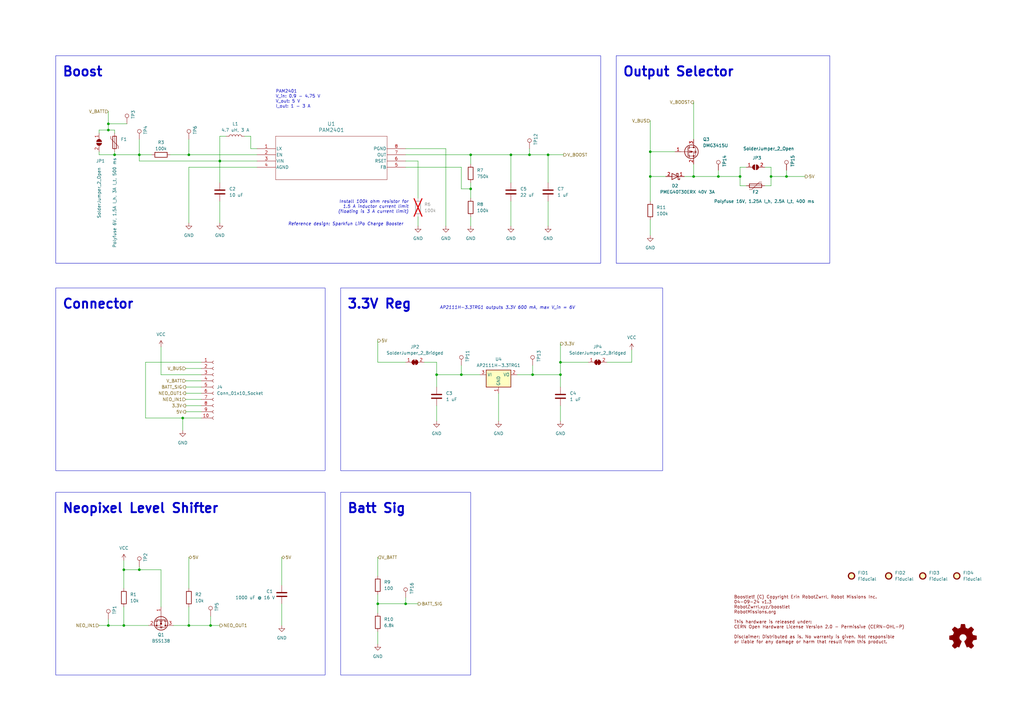
<source format=kicad_sch>
(kicad_sch (version 20231120) (generator "eeschema") (generator_version "8.0")
  (paper "A3")
  (title_block (title "Boostlet!") (date "03-09-24") (rev "v1.2"))
  (lib_symbols
    (symbol "!EK_Library:PAM2401" (pin_names (offset 0.254))
      (property "Reference" "U" (at 22.86 5.08 0))
      (property "Value" "PAM2401" (at 22.86 2.54 0))
      (symbol "PAM2401_0_1"
        (polyline (pts (xy 0 -17.78) (xy 45.72 -17.78)) (stroke (width 0.127)))
        (polyline (pts (xy 0 0) (xy 0 -17.78)) (stroke (width 0.127)))
        (polyline (pts (xy 45.72 -17.78) (xy 45.72 0)) (stroke (width 0.127)))
        (polyline (pts (xy 45.72 0) (xy 0 0)) (stroke (width 0.127)))
        (pin unspecified line (at -7.62 -5.08 0) (length 7.62) (name "LX") (number "1"))
        (pin unspecified line (at -7.62 -7.62 0) (length 7.62) (name "EN") (number "2"))
        (pin input line (at -7.62 -10.16 0) (length 7.62) (name "VIN") (number "3"))
        (pin power_in line (at -7.62 -12.7 0) (length 7.62) (name "AGND") (number "4"))
        (pin unspecified line (at 53.34 -12.7 180) (length 7.62) (name "FB") (number "5"))
        (pin unspecified line (at 53.34 -10.16 180) (length 7.62) (name "RSET") (number "6"))
        (pin output line (at 53.34 -7.62 180) (length 7.62) (name "OUT") (number "7"))
        (pin power_in line (at 53.34 -5.08 180) (length 7.62) (name "PGND") (number "8"))
      )
    )
    (symbol "Connector:Conn_01x10_Socket" (pin_names (offset 1.016) hide)
      (property "Reference" "J" (at 0 12.7 0))
      (property "Value" "Conn_01x10_Socket" (at 0 -15.24 0))
      (symbol "Conn_01x10_Socket_1_1"
        (arc (start 0 -12.192) (mid -0.5058 -12.7) (end 0 -13.208) (stroke (width 0.1524)))
        (arc (start 0 -9.652) (mid -0.5058 -10.16) (end 0 -10.668) (stroke (width 0.1524)))
        (arc (start 0 -7.112) (mid -0.5058 -7.62) (end 0 -8.128) (stroke (width 0.1524)))
        (arc (start 0 -4.572) (mid -0.5058 -5.08) (end 0 -5.588) (stroke (width 0.1524)))
        (arc (start 0 -2.032) (mid -0.5058 -2.54) (end 0 -3.048) (stroke (width 0.1524)))
        (polyline (pts (xy -1.27 -12.7) (xy -0.508 -12.7)) (stroke (width 0.1524)))
        (polyline (pts (xy -1.27 -10.16) (xy -0.508 -10.16)) (stroke (width 0.1524)))
        (polyline (pts (xy -1.27 -7.62) (xy -0.508 -7.62)) (stroke (width 0.1524)))
        (polyline (pts (xy -1.27 -5.08) (xy -0.508 -5.08)) (stroke (width 0.1524)))
        (polyline (pts (xy -1.27 -2.54) (xy -0.508 -2.54)) (stroke (width 0.1524)))
        (polyline (pts (xy -1.27 0) (xy -0.508 0)) (stroke (width 0.1524)))
        (polyline (pts (xy -1.27 2.54) (xy -0.508 2.54)) (stroke (width 0.1524)))
        (polyline (pts (xy -1.27 5.08) (xy -0.508 5.08)) (stroke (width 0.1524)))
        (polyline (pts (xy -1.27 7.62) (xy -0.508 7.62)) (stroke (width 0.1524)))
        (polyline (pts (xy -1.27 10.16) (xy -0.508 10.16)) (stroke (width 0.1524)))
        (arc (start 0 0.508) (mid -0.5058 0) (end 0 -0.508) (stroke (width 0.1524)))
        (arc (start 0 3.048) (mid -0.5058 2.54) (end 0 2.032) (stroke (width 0.1524)))
        (arc (start 0 5.588) (mid -0.5058 5.08) (end 0 4.572) (stroke (width 0.1524)))
        (arc (start 0 8.128) (mid -0.5058 7.62) (end 0 7.112) (stroke (width 0.1524)))
        (arc (start 0 10.668) (mid -0.5058 10.16) (end 0 9.652) (stroke (width 0.1524)))
        (pin passive line (at -5.08 10.16 0) (length 3.81) (name "Pin_1") (number "1"))
        (pin passive line (at -5.08 -12.7 0) (length 3.81) (name "Pin_10") (number "10"))
        (pin passive line (at -5.08 7.62 0) (length 3.81) (name "Pin_2") (number "2"))
        (pin passive line (at -5.08 5.08 0) (length 3.81) (name "Pin_3") (number "3"))
        (pin passive line (at -5.08 2.54 0) (length 3.81) (name "Pin_4") (number "4"))
        (pin passive line (at -5.08 0 0) (length 3.81) (name "Pin_5") (number "5"))
        (pin passive line (at -5.08 -2.54 0) (length 3.81) (name "Pin_6") (number "6"))
        (pin passive line (at -5.08 -5.08 0) (length 3.81) (name "Pin_7") (number "7"))
        (pin passive line (at -5.08 -7.62 0) (length 3.81) (name "Pin_8") (number "8"))
        (pin passive line (at -5.08 -10.16 0) (length 3.81) (name "Pin_9") (number "9"))
      )
    )
    (symbol "Connector:TestPoint" (pin_numbers hide) (pin_names (offset 0.762) hide)
      (property "Reference" "TP" (at 0 6.858 0))
      (property "Value" "TestPoint" (at 0 5.08 0))
      (symbol "TestPoint_0_1"
        (circle (center 0 3.302) (radius 0.762))
      )
      (symbol "TestPoint_1_1"
        (pin passive line (at 0 0 90) (length 2.54) (name "1") (number "1"))
      )
    )
    (symbol "Device:C" (pin_numbers hide) (pin_names (offset 0.254))
      (property "Reference" "C" (at 0.635 2.54 0))
      (property "Value" "C" (at 0.635 -2.54 0))
      (symbol "C_0_1"
        (polyline (pts (xy -2.032 -0.762) (xy 2.032 -0.762)) (stroke (width 0.508)))
        (polyline (pts (xy -2.032 0.762) (xy 2.032 0.762)) (stroke (width 0.508)))
      )
      (symbol "C_1_1"
        (pin passive line (at 0 3.81 270) (length 2.794) (name "~") (number "1"))
        (pin passive line (at 0 -3.81 90) (length 2.794) (name "~") (number "2"))
      )
    )
    (symbol "Device:D_Schottky" (pin_names (offset 1.016) hide)
      (property "Reference" "D" (at 0 2.54 0))
      (property "Value" "D_Schottky" (at 0 -2.54 0))
      (symbol "D_Schottky_0_1"
        (polyline (pts (xy 1.27 0) (xy -1.27 0)))
        (polyline (pts (xy 1.27 1.27) (xy 1.27 -1.27) (xy -1.27 0) (xy 1.27 1.27)) (stroke (width 0.254)))
        (polyline (pts (xy -1.905 0.635) (xy -1.905 1.27) (xy -1.27 1.27) (xy -1.27 -1.27) (xy -0.635 -1.27) (xy -0.635 -0.635)) (stroke (width 0.254)))
      )
      (symbol "D_Schottky_1_1"
        (pin passive line (at -3.81 0 0) (length 2.54) (name "K") (number "1"))
        (pin passive line (at 3.81 0 180) (length 2.54) (name "A") (number "2"))
      )
    )
    (symbol "Device:L" (pin_numbers hide) (pin_names (offset 1.016) hide)
      (property "Reference" "L" (at -1.27 0 90))
      (property "Value" "L" (at 1.905 0 90))
      (symbol "L_0_1"
        (arc (start 0 -2.54) (mid 0.6323 -1.905) (end 0 -1.27))
        (arc (start 0 -1.27) (mid 0.6323 -0.635) (end 0 0))
        (arc (start 0 0) (mid 0.6323 0.635) (end 0 1.27))
        (arc (start 0 1.27) (mid 0.6323 1.905) (end 0 2.54))
      )
      (symbol "L_1_1"
        (pin passive line (at 0 3.81 270) (length 1.27) (name "1") (number "1"))
        (pin passive line (at 0 -3.81 90) (length 1.27) (name "2") (number "2"))
      )
    )
    (symbol "Device:Polyfuse" (pin_numbers hide) (pin_names (offset 0))
      (property "Reference" "F" (at -2.54 0 90))
      (property "Value" "Polyfuse" (at 2.54 0 90))
      (symbol "Polyfuse_0_1"
        (rectangle (start -0.762 2.54) (end 0.762 -2.54) (stroke (width 0.254)))
        (polyline (pts (xy 0 2.54) (xy 0 -2.54)))
        (polyline (pts (xy -1.524 2.54) (xy -1.524 1.524) (xy 1.524 -1.524) (xy 1.524 -2.54)))
      )
      (symbol "Polyfuse_1_1"
        (pin passive line (at 0 3.81 270) (length 1.27) (name "~") (number "1"))
        (pin passive line (at 0 -3.81 90) (length 1.27) (name "~") (number "2"))
      )
    )
    (symbol "Device:R" (pin_numbers hide) (pin_names (offset 0))
      (property "Reference" "R" (at 2.032 0 90))
      (property "Value" "R" (at 0 0 90))
      (symbol "R_0_1"
        (rectangle (start -1.016 -2.54) (end 1.016 2.54) (stroke (width 0.254)))
      )
      (symbol "R_1_1"
        (pin passive line (at 0 3.81 270) (length 1.27) (name "~") (number "1"))
        (pin passive line (at 0 -3.81 90) (length 1.27) (name "~") (number "2"))
      )
    )
    (symbol "Graphic:Logo_Open_Hardware_Small" (in_bom no) (on_board no)
      (symbol "Logo_Open_Hardware_Small_0_1"
        (polyline (pts (xy 3.3528 -4.3434) (xy 3.302 -4.318) (xy 3.175 -4.2418) (xy 2.9972 -4.1148) (xy 2.7686 -3.9624) (xy 2.54 -3.81) (xy 2.3622 -3.7084) (xy 2.2352 -3.6068) (xy 2.1844 -3.5814) (xy 2.159 -3.6068) (xy 2.0574 -3.6576) (xy 1.905 -3.7338) (xy 1.8034 -3.7846) (xy 1.6764 -3.8354) (xy 1.6002 -3.8354) (xy 1.6002 -3.8354) (xy 1.5494 -3.7338) (xy 1.4732 -3.5306) (xy 1.3462 -3.302) (xy 1.2446 -3.0226) (xy 1.1176 -2.7178) (xy 0.9652 -2.413) (xy 0.8636 -2.1082) (xy 0.7366 -1.8288) (xy 0.6604 -1.6256) (xy 0.6096 -1.4732) (xy 0.5842 -1.397) (xy 0.5842 -1.397) (xy 0.6604 -1.3208) (xy 0.7874 -1.2446) (xy 1.0414 -1.016) (xy 1.2954 -0.6858) (xy 1.4478 -0.3302) (xy 1.524 0.0762) (xy 1.4732 0.4572) (xy 1.3208 0.8128) (xy 1.0668 1.143) (xy 0.762 1.3716) (xy 0.4064 1.524) (xy 0 1.5748) (xy -0.381 1.5494) (xy -0.7366 1.397) (xy -1.0668 1.143) (xy -1.2192 0.9906) (xy -1.397 0.6604) (xy -1.524 0.3048) (xy -1.524 0.2286) (xy -1.4986 -0.1778) (xy -1.397 -0.5334) (xy -1.1938 -0.8636) (xy -0.9144 -1.143) (xy -0.8636 -1.1684) (xy -0.7366 -1.27) (xy -0.635 -1.3462) (xy -0.5842 -1.397) (xy -1.0668 -2.5908) (xy -1.143 -2.794) (xy -1.2954 -3.1242) (xy -1.397 -3.4036) (xy -1.4986 -3.6322) (xy -1.5748 -3.7846) (xy -1.6002 -3.8354) (xy -1.6002 -3.8354) (xy -1.651 -3.8354) (xy -1.7272 -3.81) (xy -1.905 -3.7338) (xy -2.0066 -3.683) (xy -2.1336 -3.6068) (xy -2.2098 -3.5814) (xy -2.2606 -3.6068) (xy -2.3622 -3.683) (xy -2.54 -3.81) (xy -2.7686 -3.9624) (xy -2.9718 -4.0894) (xy -3.1496 -4.2164) (xy -3.302 -4.318) (xy -3.3528 -4.3434) (xy -3.3782 -4.3434) (xy -3.429 -4.318) (xy -3.5306 -4.2164) (xy -3.7084 -4.064) (xy -3.937 -3.8354) (xy -3.9624 -3.81) (xy -4.1656 -3.6068) (xy -4.318 -3.4544) (xy -4.4196 -3.3274) (xy -4.445 -3.2766) (xy -4.445 -3.2766) (xy -4.4196 -3.2258) (xy -4.318 -3.0734) (xy -4.2164 -2.8956) (xy -4.064 -2.667) (xy -3.6576 -2.0828) (xy -3.8862 -1.5494) (xy -3.937 -1.3716) (xy -4.0386 -1.1684) (xy -4.0894 -1.0414) (xy -4.1148 -0.9652) (xy -4.191 -0.9398) (xy -4.318 -0.9144) (xy -4.5466 -0.8636) (xy -4.8006 -0.8128) (xy -5.0546 -0.7874) (xy -5.2578 -0.7366) (xy -5.4356 -0.7112) (xy -5.5118 -0.6858) (xy -5.5118 -0.6858) (xy -5.5372 -0.635) (xy -5.5372 -0.5588) (xy -5.5372 -0.4318) (xy -5.5626 -0.2286) (xy -5.5626 0.0762) (xy -5.5626 0.127) (xy -5.5372 0.4064) (xy -5.5372 0.635) (xy -5.5372 0.762) (xy -5.5372 0.8382) (xy -5.5372 0.8382) (xy -5.461 0.8382) (xy -5.3086 0.889) (xy -5.08 0.9144) (xy -4.826 0.9652) (xy -4.8006 0.9906) (xy -4.5466 1.0414) (xy -4.318 1.0668) (xy -4.1656 1.1176) (xy -4.0894 1.143) (xy -4.0894 1.143) (xy -4.0386 1.2446) (xy -3.9624 1.4224) (xy -3.8608 1.6256) (xy -3.7846 1.8288) (xy -3.7084 2.0066) (xy -3.6576 2.159) (xy -3.6322 2.2098) (xy -3.6322 2.2098) (xy -3.683 2.286) (xy -3.7592 2.413) (xy -3.8862 2.5908) (xy -4.064 2.8194) (xy -4.064 2.8448) (xy -4.2164 3.0734) (xy -4.3434 3.2512) (xy -4.4196 3.3782) (xy -4.445 3.4544) (xy -4.445 3.4544) (xy -4.3942 3.5052) (xy -4.2926 3.6322) (xy -4.1148 3.81) (xy -3.937 4.0132) (xy -3.8608 4.064) (xy -3.6576 4.2926) (xy -3.5052 4.4196) (xy -3.4036 4.4958) (xy -3.3528 4.5212) (xy -3.3528 4.5212) (xy -3.302 4.4704) (xy -3.1496 4.3688) (xy -2.9718 4.2418) (xy -2.7432 4.0894) (xy -2.7178 4.0894) (xy -2.4892 3.937) (xy -2.3114 3.81) (xy -2.1844 3.7084) (xy -2.1336 3.683) (xy -2.1082 3.683) (xy -2.032 3.7084) (xy -1.8542 3.7592) (xy -1.6764 3.8354) (xy -1.4732 3.937) (xy -1.27 4.0132) (xy -1.143 4.064) (xy -1.0668 4.1148) (xy -1.0668 4.1148) (xy -1.0414 4.191) (xy -1.016 4.3434) (xy -0.9652 4.572) (xy -0.9144 4.8514) (xy -0.889 4.9022) (xy -0.8382 5.1562) (xy -0.8128 5.3848) (xy -0.7874 5.5372) (xy -0.762 5.588) (xy -0.7112 5.6134) (xy -0.5842 5.6134) (xy -0.4064 5.6134) (xy -0.1524 5.6134) (xy 0.0762 5.6134) (xy 0.3302 5.6134) (xy 0.5334 5.6134) (xy 0.6858 5.588) (xy 0.7366 5.588) (xy 0.7366 5.588) (xy 0.762 5.5118) (xy 0.8128 5.334) (xy 0.8382 5.1054) (xy 0.9144 4.826) (xy 0.9144 4.7752) (xy 0.9652 4.5212) (xy 1.016 4.2926) (xy 1.0414 4.1402) (xy 1.0668 4.0894) (xy 1.0668 4.0894) (xy 1.1938 4.0386) (xy 1.3716 3.9624) (xy 1.5748 3.8608) (xy 2.0828 3.6576) (xy 2.7178 4.0894) (xy 2.7686 4.1402) (xy 2.9972 4.2926) (xy 3.175 4.4196) (xy 3.302 4.4958) (xy 3.3782 4.5212) (xy 3.3782 4.5212) (xy 3.429 4.4704) (xy 3.556 4.3434) (xy 3.7338 4.191) (xy 3.9116 3.9878) (xy 4.064 3.8354) (xy 4.2418 3.6576) (xy 4.3434 3.556) (xy 4.4196 3.4798) (xy 4.4196 3.429) (xy 4.4196 3.4036) (xy 4.3942 3.3274) (xy 4.2926 3.2004) (xy 4.1656 2.9972) (xy 4.0132 2.794) (xy 3.8862 2.5908) (xy 3.7592 2.3876) (xy 3.6576 2.2352) (xy 3.6322 2.159) (xy 3.6322 2.1336) (xy 3.683 2.0066) (xy 3.7592 1.8288) (xy 3.8608 1.6002) (xy 4.064 1.1176) (xy 4.3942 1.0414) (xy 4.5974 1.016) (xy 4.8768 0.9652) (xy 5.1308 0.9144) (xy 5.5372 0.8382) (xy 5.5626 -0.6604) (xy 5.4864 -0.6858) (xy 5.4356 -0.6858) (xy 5.2832 -0.7366) (xy 5.0546 -0.762) (xy 4.8006 -0.8128) (xy 4.5974 -0.8636) (xy 4.3688 -0.9144) (xy 4.2164 -0.9398) (xy 4.1402 -0.9398) (xy 4.1148 -0.9652) (xy 4.064 -1.0668) (xy 3.9878 -1.2446) (xy 3.9116 -1.4478) (xy 3.81 -1.651) (xy 3.7338 -1.8542) (xy 3.683 -2.0066) (xy 3.6576 -2.0828) (xy 3.683 -2.1336) (xy 3.7846 -2.2606) (xy 3.8862 -2.4638) (xy 4.0386 -2.667) (xy 4.191 -2.8956) (xy 4.318 -3.0734) (xy 4.3942 -3.2004) (xy 4.445 -3.2766) (xy 4.4196 -3.3274) (xy 4.3434 -3.429) (xy 4.1656 -3.5814) (xy 3.937 -3.8354) (xy 3.8862 -3.8608) (xy 3.683 -4.064) (xy 3.5306 -4.2164) (xy 3.4036 -4.318) (xy 3.3528 -4.3434)) (fill (type outline)))
      )
    )
    (symbol "Jumper:SolderJumper_2_Bridged" (pin_names (offset 0) hide)
      (property "Reference" "JP" (at 0 2.032 0))
      (property "Value" "SolderJumper_2_Bridged" (at 0 -2.54 0))
      (symbol "SolderJumper_2_Bridged_0_1"
        (rectangle (start -0.508 0.508) (end 0.508 -0.508) (fill (type outline)))
        (arc (start -0.254 1.016) (mid -1.2656 0) (end -0.254 -1.016))
        (arc (start -0.254 1.016) (mid -1.2656 0) (end -0.254 -1.016) (fill (type outline)))
        (polyline (pts (xy -0.254 1.016) (xy -0.254 -1.016)))
        (polyline (pts (xy 0.254 1.016) (xy 0.254 -1.016)))
        (arc (start 0.254 -1.016) (mid 1.2656 0) (end 0.254 1.016))
        (arc (start 0.254 -1.016) (mid 1.2656 0) (end 0.254 1.016) (fill (type outline)))
      )
      (symbol "SolderJumper_2_Bridged_1_1"
        (pin passive line (at -3.81 0 0) (length 2.54) (name "A") (number "1"))
        (pin passive line (at 3.81 0 180) (length 2.54) (name "B") (number "2"))
      )
    )
    (symbol "Jumper:SolderJumper_2_Open" (pin_names (offset 0) hide)
      (property "Reference" "JP" (at 0 2.032 0))
      (property "Value" "SolderJumper_2_Open" (at 0 -2.54 0))
      (symbol "SolderJumper_2_Open_0_1"
        (arc (start -0.254 1.016) (mid -1.2656 0) (end -0.254 -1.016))
        (arc (start -0.254 1.016) (mid -1.2656 0) (end -0.254 -1.016) (fill (type outline)))
        (polyline (pts (xy -0.254 1.016) (xy -0.254 -1.016)))
        (polyline (pts (xy 0.254 1.016) (xy 0.254 -1.016)))
        (arc (start 0.254 -1.016) (mid 1.2656 0) (end 0.254 1.016))
        (arc (start 0.254 -1.016) (mid 1.2656 0) (end 0.254 1.016) (fill (type outline)))
      )
      (symbol "SolderJumper_2_Open_1_1"
        (pin passive line (at -3.81 0 0) (length 2.54) (name "A") (number "1"))
        (pin passive line (at 3.81 0 180) (length 2.54) (name "B") (number "2"))
      )
    )
    (symbol "Mechanical:Fiducial"
      (property "Reference" "FID" (at 0 5.08 0))
      (property "Value" "Fiducial" (at 0 3.175 0))
      (symbol "Fiducial_0_1"
        (circle (center 0 0) (radius 1.27) (stroke (width 0.508)) (fill (type background)))
      )
    )
    (symbol "Regulator_Linear:AP1117-33"
      (property "Reference" "U" (at -3.81 3.175 0))
      (property "Value" "AP1117-33" (at 0 3.175 0))
      (symbol "AP1117-33_0_1"
        (rectangle (start -5.08 -5.08) (end 5.08 1.905) (stroke (width 0.254)) (fill (type background)))
      )
      (symbol "AP1117-33_1_1"
        (pin power_in line (at 0 -7.62 90) (length 2.54) (name "GND") (number "1"))
        (pin power_out line (at 7.62 0 180) (length 2.54) (name "VO") (number "2"))
        (pin power_in line (at -7.62 0 0) (length 2.54) (name "VI") (number "3"))
      )
    )
    (symbol "Transistor_FET:BSS138" (pin_names hide)
      (property "Reference" "Q" (at 5.08 1.905 0))
      (property "Value" "BSS138" (at 5.08 0 0))
      (symbol "BSS138_0_1"
        (polyline (pts (xy 0.254 0) (xy -2.54 0)))
        (polyline (pts (xy 0.254 1.905) (xy 0.254 -1.905)) (stroke (width 0.254)))
        (polyline (pts (xy 0.762 -1.27) (xy 0.762 -2.286)) (stroke (width 0.254)))
        (polyline (pts (xy 0.762 0.508) (xy 0.762 -0.508)) (stroke (width 0.254)))
        (polyline (pts (xy 0.762 2.286) (xy 0.762 1.27)) (stroke (width 0.254)))
        (polyline (pts (xy 2.54 2.54) (xy 2.54 1.778)))
        (polyline (pts (xy 2.54 -2.54) (xy 2.54 0) (xy 0.762 0)))
        (polyline (pts (xy 0.762 -1.778) (xy 3.302 -1.778) (xy 3.302 1.778) (xy 0.762 1.778)))
        (polyline (pts (xy 1.016 0) (xy 2.032 0.381) (xy 2.032 -0.381) (xy 1.016 0)) (fill (type outline)))
        (polyline (pts (xy 2.794 0.508) (xy 2.921 0.381) (xy 3.683 0.381) (xy 3.81 0.254)))
        (polyline (pts (xy 3.302 0.381) (xy 2.921 -0.254) (xy 3.683 -0.254) (xy 3.302 0.381)))
        (circle (center 1.651 0) (radius 2.794) (stroke (width 0.254)))
        (circle (center 2.54 -1.778) (radius 0.254) (fill (type outline)))
        (circle (center 2.54 1.778) (radius 0.254) (fill (type outline)))
      )
      (symbol "BSS138_1_1"
        (pin input line (at -5.08 0 0) (length 2.54) (name "G") (number "1"))
        (pin passive line (at 2.54 -5.08 90) (length 2.54) (name "S") (number "2"))
        (pin passive line (at 2.54 5.08 270) (length 2.54) (name "D") (number "3"))
      )
    )
    (symbol "Transistor_FET:DMG2301L" (pin_names hide)
      (property "Reference" "Q" (at 5.08 1.905 0))
      (property "Value" "DMG2301L" (at 5.08 0 0))
      (symbol "DMG2301L_0_1"
        (polyline (pts (xy 0.254 0) (xy -2.54 0)))
        (polyline (pts (xy 0.254 1.905) (xy 0.254 -1.905)) (stroke (width 0.254)))
        (polyline (pts (xy 0.762 -1.27) (xy 0.762 -2.286)) (stroke (width 0.254)))
        (polyline (pts (xy 0.762 0.508) (xy 0.762 -0.508)) (stroke (width 0.254)))
        (polyline (pts (xy 0.762 2.286) (xy 0.762 1.27)) (stroke (width 0.254)))
        (polyline (pts (xy 2.54 2.54) (xy 2.54 1.778)))
        (polyline (pts (xy 2.54 -2.54) (xy 2.54 0) (xy 0.762 0)))
        (polyline (pts (xy 0.762 1.778) (xy 3.302 1.778) (xy 3.302 -1.778) (xy 0.762 -1.778)))
        (polyline (pts (xy 2.286 0) (xy 1.27 0.381) (xy 1.27 -0.381) (xy 2.286 0)) (fill (type outline)))
        (polyline (pts (xy 2.794 -0.508) (xy 2.921 -0.381) (xy 3.683 -0.381) (xy 3.81 -0.254)))
        (polyline (pts (xy 3.302 -0.381) (xy 2.921 0.254) (xy 3.683 0.254) (xy 3.302 -0.381)))
        (circle (center 1.651 0) (radius 2.794) (stroke (width 0.254)))
        (circle (center 2.54 -1.778) (radius 0.254) (fill (type outline)))
        (circle (center 2.54 1.778) (radius 0.254) (fill (type outline)))
      )
      (symbol "DMG2301L_1_1"
        (pin input line (at -5.08 0 0) (length 2.54) (name "G") (number "1"))
        (pin passive line (at 2.54 -5.08 90) (length 2.54) (name "S") (number "2"))
        (pin passive line (at 2.54 5.08 270) (length 2.54) (name "D") (number "3"))
      )
    )
    (symbol "power:GND" (power) (pin_names (offset 0))
      (property "Value" "GND" (at 0 -3.81 0))
      (symbol "GND_0_1"
        (polyline (pts (xy 0 0) (xy 0 -1.27) (xy 1.27 -1.27) (xy 0 -2.54) (xy -1.27 -1.27) (xy 0 -1.27)))
      )
      (symbol "GND_1_1"
        (pin power_in line (at 0 0 270) (length 0) hide (name "GND") (number "1"))
      )
    )
    (symbol "power:VCC" (power) (pin_names (offset 0))
      (property "Value" "VCC" (at 0 3.81 0))
      (symbol "VCC_0_1"
        (polyline (pts (xy -0.762 1.27) (xy 0 2.54)))
        (polyline (pts (xy 0 0) (xy 0 2.54)))
        (polyline (pts (xy 0 2.54) (xy 0.762 1.27)))
      )
      (symbol "VCC_1_1"
        (pin power_in line (at 0 0 90) (length 0) hide (name "VCC") (number "1"))
      )
    )
  )
  (junction (at 77.47 256.54))
  (junction (at 50.8 256.54))
  (junction (at 193.04 77.47))
  (junction (at 217.17 63.5))
  (junction (at 189.23 153.67))
  (junction (at 90.17 66.04))
  (junction (at 303.53 72.39))
  (junction (at 57.15 63.5))
  (junction (at 229.87 153.67))
  (junction (at 193.04 63.5))
  (junction (at 224.79 63.5))
  (junction (at 166.37 247.65))
  (junction (at 50.8 233.68))
  (junction (at 77.47 63.5))
  (junction (at 218.44 153.67))
  (junction (at 316.23 72.39))
  (junction (at 46.99 63.5))
  (junction (at 294.64 72.39))
  (junction (at 74.93 171.45))
  (junction (at 209.55 63.5))
  (junction (at 44.45 53.34))
  (junction (at 57.15 233.68))
  (junction (at 322.58 72.39))
  (junction (at 284.48 72.39))
  (junction (at 266.7 62.23))
  (junction (at 44.45 50.8))
  (junction (at 179.07 153.67))
  (junction (at 266.7 72.39))
  (junction (at 44.45 256.54))
  (junction (at 229.87 148.59))
  (junction (at 154.94 247.65))
  (junction (at 86.36 256.54))
  (wire (pts (xy 40.64 256.54) (xy 44.45 256.54)))
  (wire (pts (xy 218.44 149.86) (xy 218.44 153.67)))
  (wire (pts (xy 266.7 72.39) (xy 273.05 72.39)))
  (wire (pts (xy 77.47 57.15) (xy 77.47 63.5)))
  (wire (pts (xy 179.07 148.59) (xy 179.07 153.67)))
  (wire (pts (xy 50.8 233.68) (xy 50.8 241.3)))
  (wire (pts (xy 204.47 161.29) (xy 204.47 172.72)))
  (wire (pts (xy 166.37 60.96) (xy 182.88 60.96)))
  (wire (pts (xy 224.79 82.55) (xy 224.79 92.71)))
  (wire (pts (xy 66.04 233.68) (xy 66.04 248.92)))
  (wire (pts (xy 57.15 57.15) (xy 57.15 63.5)))
  (wire (pts (xy 71.12 256.54) (xy 77.47 256.54)))
  (wire (pts (xy 284.48 67.31) (xy 284.48 72.39)))
  (wire (pts (xy 74.93 171.45) (xy 82.55 171.45)))
  (wire (pts (xy 266.7 49.53) (xy 266.7 62.23)))
  (wire (pts (xy 294.64 69.85) (xy 294.64 72.39)))
  (wire (pts (xy 212.09 153.67) (xy 218.44 153.67)))
  (wire (pts (xy 76.2 163.83) (xy 82.55 163.83)))
  (wire (pts (xy 193.04 74.93) (xy 193.04 77.47)))
  (wire (pts (xy 77.47 228.6) (xy 77.47 241.3)))
  (wire (pts (xy 166.37 63.5) (xy 193.04 63.5)))
  (wire (pts (xy 154.94 243.84) (xy 154.94 247.65)))
  (wire (pts (xy 316.23 68.58) (xy 316.23 72.39)))
  (wire (pts (xy 50.8 229.87) (xy 50.8 233.68)))
  (wire (pts (xy 189.23 149.86) (xy 189.23 153.67)))
  (wire (pts (xy 77.47 68.58) (xy 77.47 91.44)))
  (wire (pts (xy 76.2 168.91) (xy 82.55 168.91)))
  (wire (pts (xy 154.94 247.65) (xy 154.94 251.46)))
  (wire (pts (xy 46.99 62.23) (xy 46.99 63.5)))
  (wire (pts (xy 76.2 158.75) (xy 82.55 158.75)))
  (wire (pts (xy 40.64 62.23) (xy 40.64 63.5)))
  (wire (pts (xy 179.07 166.37) (xy 179.07 172.72)))
  (wire (pts (xy 115.57 228.6) (xy 115.57 240.03)))
  (wire (pts (xy 276.86 62.23) (xy 266.7 62.23)))
  (wire (pts (xy 193.04 77.47) (xy 193.04 81.28)))
  (wire (pts (xy 59.69 148.59) (xy 59.69 171.45)))
  (wire (pts (xy 229.87 148.59) (xy 241.3 148.59)))
  (wire (pts (xy 154.94 259.08) (xy 154.94 264.16)))
  (wire (pts (xy 303.53 76.2) (xy 303.53 72.39)))
  (wire (pts (xy 57.15 66.04) (xy 57.15 63.5)))
  (wire (pts (xy 154.94 247.65) (xy 166.37 247.65)))
  (wire (pts (xy 166.37 245.11) (xy 166.37 247.65)))
  (wire (pts (xy 316.23 76.2) (xy 313.69 76.2)))
  (wire (pts (xy 76.2 156.21) (xy 82.55 156.21)))
  (wire (pts (xy 44.45 50.8) (xy 52.07 50.8)))
  (wire (pts (xy 196.85 153.67) (xy 189.23 153.67)))
  (wire (pts (xy 209.55 82.55) (xy 209.55 92.71)))
  (wire (pts (xy 44.45 256.54) (xy 50.8 256.54)))
  (wire (pts (xy 77.47 63.5) (xy 105.41 63.5)))
  (wire (pts (xy 57.15 66.04) (xy 90.17 66.04)))
  (wire (pts (xy 57.15 63.5) (xy 62.23 63.5)))
  (wire (pts (xy 76.2 161.29) (xy 82.55 161.29)))
  (wire (pts (xy 102.87 60.96) (xy 102.87 55.88)))
  (wire (pts (xy 229.87 153.67) (xy 229.87 158.75)))
  (wire (pts (xy 46.99 53.34) (xy 44.45 53.34)))
  (wire (pts (xy 217.17 60.96) (xy 217.17 63.5)))
  (wire (pts (xy 322.58 72.39) (xy 330.2 72.39)))
  (wire (pts (xy 193.04 63.5) (xy 209.55 63.5)))
  (wire (pts (xy 209.55 63.5) (xy 209.55 74.93)))
  (wire (pts (xy 50.8 256.54) (xy 60.96 256.54)))
  (wire (pts (xy 69.85 63.5) (xy 77.47 63.5)))
  (wire (pts (xy 115.57 247.65) (xy 115.57 256.54)))
  (wire (pts (xy 50.8 248.92) (xy 50.8 256.54)))
  (wire (pts (xy 74.93 171.45) (xy 74.93 176.53)))
  (wire (pts (xy 86.36 252.73) (xy 86.36 256.54)))
  (wire (pts (xy 179.07 153.67) (xy 179.07 158.75)))
  (wire (pts (xy 44.45 45.72) (xy 44.45 50.8)))
  (wire (pts (xy 77.47 68.58) (xy 105.41 68.58)))
  (wire (pts (xy 154.94 228.6) (xy 154.94 236.22)))
  (wire (pts (xy 173.99 148.59) (xy 179.07 148.59)))
  (wire (pts (xy 166.37 66.04) (xy 171.45 66.04)))
  (wire (pts (xy 166.37 68.58) (xy 189.23 68.58)))
  (wire (pts (xy 193.04 77.47) (xy 189.23 77.47)))
  (wire (pts (xy 217.17 63.5) (xy 224.79 63.5)))
  (wire (pts (xy 57.15 232.41) (xy 57.15 233.68)))
  (wire (pts (xy 50.8 233.68) (xy 57.15 233.68)))
  (wire (pts (xy 259.08 143.51) (xy 259.08 148.59)))
  (wire (pts (xy 77.47 256.54) (xy 77.47 248.92)))
  (wire (pts (xy 154.94 148.59) (xy 154.94 139.7)))
  (wire (pts (xy 100.33 55.88) (xy 102.87 55.88)))
  (wire (pts (xy 189.23 77.47) (xy 189.23 68.58)))
  (wire (pts (xy 90.17 66.04) (xy 90.17 74.93)))
  (wire (pts (xy 193.04 88.9) (xy 193.04 92.71)))
  (wire (pts (xy 82.55 148.59) (xy 59.69 148.59)))
  (wire (pts (xy 90.17 55.88) (xy 90.17 66.04)))
  (wire (pts (xy 76.2 151.13) (xy 82.55 151.13)))
  (wire (pts (xy 294.64 72.39) (xy 303.53 72.39)))
  (wire (pts (xy 59.69 171.45) (xy 74.93 171.45)))
  (wire (pts (xy 229.87 148.59) (xy 229.87 153.67)))
  (wire (pts (xy 182.88 60.96) (xy 182.88 92.71)))
  (wire (pts (xy 66.04 153.67) (xy 66.04 142.24)))
  (wire (pts (xy 224.79 63.5) (xy 231.14 63.5)))
  (wire (pts (xy 280.67 72.39) (xy 284.48 72.39)))
  (wire (pts (xy 90.17 82.55) (xy 90.17 91.44)))
  (wire (pts (xy 166.37 247.65) (xy 171.45 247.65)))
  (wire (pts (xy 77.47 256.54) (xy 86.36 256.54)))
  (wire (pts (xy 40.64 53.34) (xy 44.45 53.34)))
  (wire (pts (xy 90.17 66.04) (xy 105.41 66.04)))
  (wire (pts (xy 76.2 166.37) (xy 82.55 166.37)))
  (wire (pts (xy 46.99 54.61) (xy 46.99 53.34)))
  (wire (pts (xy 284.48 72.39) (xy 294.64 72.39)))
  (wire (pts (xy 57.15 233.68) (xy 66.04 233.68)))
  (wire (pts (xy 171.45 88.9) (xy 171.45 92.71)))
  (wire (pts (xy 322.58 69.85) (xy 322.58 72.39)))
  (wire (pts (xy 44.45 254) (xy 44.45 256.54)))
  (wire (pts (xy 179.07 153.67) (xy 189.23 153.67)))
  (wire (pts (xy 266.7 90.17) (xy 266.7 96.52)))
  (wire (pts (xy 166.37 148.59) (xy 154.94 148.59)))
  (wire (pts (xy 44.45 50.8) (xy 44.45 53.34)))
  (wire (pts (xy 209.55 63.5) (xy 217.17 63.5)))
  (wire (pts (xy 82.55 153.67) (xy 66.04 153.67)))
  (wire (pts (xy 303.53 76.2) (xy 306.07 76.2)))
  (wire (pts (xy 303.53 68.58) (xy 306.07 68.58)))
  (wire (pts (xy 316.23 72.39) (xy 316.23 76.2)))
  (wire (pts (xy 46.99 63.5) (xy 57.15 63.5)))
  (wire (pts (xy 224.79 63.5) (xy 224.79 74.93)))
  (wire (pts (xy 193.04 63.5) (xy 193.04 67.31)))
  (wire (pts (xy 313.69 68.58) (xy 316.23 68.58)))
  (wire (pts (xy 248.92 148.59) (xy 259.08 148.59)))
  (wire (pts (xy 316.23 72.39) (xy 322.58 72.39)))
  (wire (pts (xy 284.48 41.91) (xy 284.48 57.15)))
  (wire (pts (xy 105.41 60.96) (xy 102.87 60.96)))
  (wire (pts (xy 266.7 62.23) (xy 266.7 72.39)))
  (wire (pts (xy 229.87 140.97) (xy 229.87 148.59)))
  (wire (pts (xy 266.7 72.39) (xy 266.7 82.55)))
  (wire (pts (xy 40.64 63.5) (xy 46.99 63.5)))
  (wire (pts (xy 92.71 55.88) (xy 90.17 55.88)))
  (wire (pts (xy 171.45 66.04) (xy 171.45 81.28)))
  (wire (pts (xy 40.64 53.34) (xy 40.64 54.61)))
  (wire (pts (xy 229.87 166.37) (xy 229.87 172.72)))
  (wire (pts (xy 218.44 153.67) (xy 229.87 153.67)))
  (wire (pts (xy 303.53 72.39) (xy 303.53 68.58)))
  (wire (pts (xy 86.36 256.54) (xy 90.17 256.54)))
  (rectangle (start 22.86 22.86) (end 246.38 107.95))
  (rectangle (start 22.86 201.93) (end 133.35 276.86))
  (rectangle (start 252.73 22.86) (end 340.36 107.95))
  (rectangle (start 22.86 118.11) (end 133.35 193.04))
  (rectangle (start 139.7 118.11) (end 271.78 193.04))
  (rectangle (start 139.7 201.93) (end 193.04 276.86))
  (text "Output Selector" (at 255.27 31.75 0) (effects (font (size 3.81 3.81) (thickness 0.762) (bold yes)) (justify left bottom)))
  (text "3.3V Reg" (at 142.24 127 0) (effects (font (size 3.81 3.81) (thickness 0.762) (bold yes)) (justify left bottom)))
  (text "Reference design: Sparkfun LiPo Charge Booster" (at 118.11 92.71 0) (effects (font (size 1.27 1.27) (italic yes)) (justify left bottom)))
  (text "Boostlet! (C) Copyright Erin RobotZwrrl, Robot Missions Inc.\n04-09-24 v1.3\nRobotZwrrl.xyz/boostlet\nRobotMissions.org\n\nThis hardware is released under:\nCERN Open Hardware License Version 2.0 - Permissive (CERN-OHL-P)\n\nDisclaimer: Distributed as is. No warranty is given. Not responsible \nor liable for any damage or harm that result from this product." (at 300.99 264.16 0) (effects (font (size 1.27 1.27)) (justify left bottom)))
  (text "AP2111H-3.3TRG1 outputs 3.3V 600 mA, max V_in = 6V" (at 180.34 127 0) (effects (font (size 1.27 1.27) (italic yes)) (justify left bottom)))
  (text "Boost" (at 25.4 31.75 0) (effects (font (size 3.81 3.81) (thickness 0.762) (bold yes)) (justify left bottom)))
  (text "Neopixel Level Shifter" (at 25.4 210.82 0) (effects (font (size 3.81 3.81) (thickness 0.762) (bold yes)) (justify left bottom)))
  (text "Connector" (at 25.4 127 0) (effects (font (size 3.81 3.81) (thickness 0.762) (bold yes)) (justify left bottom)))
  (text "Install 100k ohm resistor for\n1.5 A inductor current limit\n(floating is 3 A current limit)" (at 167.64 87.63 0) (effects (font (size 1.27 1.27) (italic yes)) (justify right bottom)))
  (text "PAM2401\nV_in: 0.9 - 4.75 V\nV_out: 5 V\nI_out: 1 - 3 A" (at 113.03 44.45 0) (effects (font (size 1.27 1.27)) (justify left bottom)))
  (text "Batt Sig" (at 142.24 210.82 0) (effects (font (size 3.81 3.81) (thickness 0.762) (bold yes)) (justify left bottom)))
  (hierarchical_label "V_BOOST" (shape output) (at 231.14 63.5 0))
  (hierarchical_label "V_BUS" (shape input) (at 76.2 151.13 180))
  (hierarchical_label "NEO_IN1" (shape input) (at 76.2 163.83 180))
  (hierarchical_label "V_BATT" (shape input) (at 44.45 45.72 180))
  (hierarchical_label "V_BOOST" (shape output) (at 284.48 41.91 180))
  (hierarchical_label "5V" (shape bidirectional) (at 77.47 228.6 0))
  (hierarchical_label "BATT_SIG" (shape output) (at 76.2 158.75 180))
  (hierarchical_label "V_BATT" (shape input) (at 154.94 228.6 0))
  (hierarchical_label "V_BATT" (shape input) (at 76.2 156.21 180))
  (hierarchical_label "BATT_SIG" (shape output) (at 171.45 247.65 0))
  (hierarchical_label "5V" (shape output) (at 76.2 168.91 180))
  (hierarchical_label "NEO_OUT1" (shape output) (at 90.17 256.54 0))
  (hierarchical_label "NEO_IN1" (shape input) (at 40.64 256.54 180))
  (hierarchical_label "3.3V" (shape output) (at 229.87 140.97 0))
  (hierarchical_label "V_BUS" (shape input) (at 266.7 49.53 180))
  (hierarchical_label "5V" (shape bidirectional) (at 115.57 228.6 0))
  (hierarchical_label "NEO_OUT1" (shape output) (at 76.2 161.29 180))
  (hierarchical_label "3.3V" (shape output) (at 76.2 166.37 180))
  (hierarchical_label "5V" (shape output) (at 154.94 139.7 0))
  (hierarchical_label "5V" (shape output) (at 330.2 72.39 0))
  (symbol (lib_id "Connector:TestPoint") (at 189.23 149.86 0) (unit 1)
    (property "Reference" "TP11" (at 191.77 146.05 90))
    (property "Value" "TestPoint" (effects (hide yes)))
    (property "Footprint" "TestPoint:TestPoint_Pad_D1.5mm" (effects (hide yes)))
  )
  (symbol (lib_id "Connector:TestPoint") (at 294.64 69.85 0) (unit 1)
    (property "Reference" "TP14" (at 297.18 66.04 90))
    (property "Value" "TestPoint" (effects (hide yes)))
    (property "Footprint" "TestPoint:TestPoint_Pad_D1.5mm" (effects (hide yes)))
  )
  (symbol (lib_id "Device:C") (at 179.07 162.56 0) (unit 1)
    (property "Reference" "C3" (at 182.88 161.29 0) (effects (justify left)))
    (property "Value" "1 uF" (at 182.88 163.83 0) (effects (justify left)))
    (property "Footprint" "Capacitor_SMD:C_1206_3216Metric_Pad1.33x1.80mm_HandSolder" (effects (hide yes)))
    (property "Digikey" "1276-3091-1-ND" (effects (hide yes)))
  )
  (symbol (lib_id "Device:Polyfuse") (at 309.88 76.2 270) (unit 1)
    (property "Reference" "F2" (at 311.15 78.74 90) (effects (justify right)))
    (property "Value" "Polyfuse 16V, 1.25A I_h, 2.5A I_t, 400 ms" (at 334.01 82.55 90) (effects (justify right)))
    (property "Footprint" "Fuse:Fuse_1812_4532Metric_Pad1.30x3.40mm_HandSolder" (effects (hide yes)))
    (property "Digikey" "MINISMDC150F-2CT-ND" (effects (hide yes)))
    (property "Digikey2" "F4160CT-ND" (effects (hide yes)))
  )
  (symbol (lib_id "Device:D_Schottky") (at 276.86 72.39 180) (unit 1)
    (property "Reference" "D2" (at 276.86 76.2 0))
    (property "Value" "PMEG40T30ERX 40V 3A" (at 281.94 78.74 0))
    (property "Footprint" "Diode_SMD:D_SOD-123" (effects (hide yes)))
    (property "Digikey" "1727-7481-1-ND" (effects (hide yes)))
    (property "Digikey2" "3757-SBA340AL_R1_00001CT-ND" (effects (hide yes)))
  )
  (symbol (lib_id "Device:C") (at 224.79 78.74 0) (unit 1)
    (property "Reference" "C7" (at 228.6 77.47 0) (effects (justify left)))
    (property "Value" "1 uF" (at 228.6 80.01 0) (effects (justify left)))
    (property "Footprint" "Capacitor_SMD:C_1206_3216Metric_Pad1.33x1.80mm_HandSolder" (effects (hide yes)))
    (property "Digikey" "1276-3091-1-ND" (effects (hide yes)))
  )
  (symbol (lib_id "power:GND") (at 74.93 176.53 0) (unit 1)
    (property "Reference" "#PWR02" (effects (hide yes)))
    (property "Value" "GND" (at 74.93 181.61 0))
  )
  (symbol (lib_id "power:GND") (at 204.47 172.72 0) (unit 1)
    (property "Reference" "#PWR016" (effects (hide yes)))
    (property "Value" "GND" (at 204.47 177.8 0))
  )
  (symbol (lib_id "Device:R") (at 193.04 71.12 0) (unit 1)
    (property "Reference" "R7" (at 195.58 69.85 0) (effects (justify left)))
    (property "Value" "750k" (at 195.58 72.39 0) (effects (justify left)))
    (property "Footprint" "Resistor_SMD:R_1206_3216Metric_Pad1.30x1.75mm_HandSolder" (effects (hide yes)))
    (property "Digikey" "738-RMCF1206FG750KCT-ND" (effects (hide yes)))
    (property "Digikey2" "311-750KFRCT-ND" (effects (hide yes)))
  )
  (symbol (lib_id "Transistor_FET:BSS138") (at 66.04 254 270) (unit 1)
    (property "Reference" "Q1" (at 66.04 260.35 90))
    (property "Value" "BSS138" (at 66.04 262.89 90))
    (property "Footprint" "Package_TO_SOT_SMD:SOT-23" (effects (hide yes)))
    (property "Datasheet" "https://www.onsemi.com/pub/Collateral/BSS138-D.PDF" (effects (hide yes)))
    (property "Digikey" "4530-BSS138CT-ND" (effects (hide yes)))
  )
  (symbol (lib_id "Connector:TestPoint") (at 86.36 252.73 0) (unit 1)
    (property "Reference" "TP5" (at 88.9 248.92 90))
    (property "Value" "TestPoint" (effects (hide yes)))
    (property "Footprint" "TestPoint:TestPoint_Pad_D1.5mm" (effects (hide yes)))
  )
  (symbol (lib_id "Device:R") (at 154.94 240.03 0) (unit 1)
    (property "Reference" "R9" (at 157.48 238.76 0) (effects (justify left)))
    (property "Value" "100" (at 157.48 241.3 0) (effects (justify left)))
    (property "Footprint" "Resistor_SMD:R_1206_3216Metric_Pad1.30x1.75mm_HandSolder" (effects (hide yes)))
    (property "Digikey" "RMCF1206FG100RCT-ND" (effects (hide yes)))
  )
  (symbol (lib_id "Connector:TestPoint") (at 44.45 254 0) (unit 1)
    (property "Reference" "TP1" (at 46.99 250.19 90))
    (property "Value" "TestPoint" (effects (hide yes)))
    (property "Footprint" "TestPoint:TestPoint_Pad_D1.5mm" (effects (hide yes)))
  )
  (symbol (lib_id "Device:R") (at 50.8 245.11 0) (unit 1)
    (property "Reference" "R1" (at 53.34 243.84 0) (effects (justify left)))
    (property "Value" "10k" (at 53.34 246.38 0) (effects (justify left)))
    (property "Footprint" "Resistor_SMD:R_1206_3216Metric_Pad1.30x1.75mm_HandSolder" (effects (hide yes)))
    (property "Digikey" "RMCF1206FT10K0CT-ND" (effects (hide yes)))
  )
  (symbol (lib_id "Connector:TestPoint") (at 322.58 69.85 0) (unit 1)
    (property "Reference" "TP15" (at 325.12 66.04 90))
    (property "Value" "TestPoint" (effects (hide yes)))
    (property "Footprint" "TestPoint:TestPoint_Pad_D1.5mm" (effects (hide yes)))
  )
  (symbol (lib_id "Mechanical:Fiducial") (at 392.43 236.22 0) (unit 1)
    (property "Reference" "FID4" (at 394.97 234.95 0) (effects (justify left)))
    (property "Value" "Fiducial" (at 394.97 237.49 0) (effects (justify left)))
    (property "Footprint" "Fiducial:Fiducial_1mm_Mask2mm" (effects (hide yes)))
  )
  (symbol (lib_id "Device:C") (at 90.17 78.74 0) (unit 1)
    (property "Reference" "C2" (at 93.98 77.47 0) (effects (justify left)))
    (property "Value" "10 uF" (at 93.98 80.01 0) (effects (justify left)))
    (property "Footprint" "Capacitor_SMD:C_1206_3216Metric_Pad1.33x1.80mm_HandSolder" (effects (hide yes)))
    (property "Digikey" "1276-1075-1-ND" (effects (hide yes)))
    (property "Digikey2" "399-C1206C106K3PAC7800CT-ND" (effects (hide yes)))
  )
  (symbol (lib_id "Jumper:SolderJumper_2_Open") (at 309.88 68.58 0) (unit 1)
    (property "Reference" "JP3" (at 308.61 64.77 0) (effects (justify left)))
    (property "Value" "SolderJumper_2_Open" (at 304.8 60.96 0) (effects (justify left)))
    (property "Footprint" "Jumper:SolderJumper-2_P1.3mm_Open_RoundedPad1.0x1.5mm" (effects (hide yes)))
  )
  (symbol (lib_id "Regulator_Linear:AP1117-33") (at 204.47 153.67 0) (unit 1)
    (property "Reference" "U4" (at 204.47 147.32 0))
    (property "Value" "AP2111H-3.3TRG1" (at 204.47 149.86 0))
    (property "Footprint" "Package_TO_SOT_SMD:SOT-223-3_TabPin2" (effects (hide yes)))
    (property "Digikey" "AP2111H-3.3TRG1DICT-ND" (effects (hide yes)))
    (property "Digikey2" "AZ1117IH-3.3TRG1DICT-ND" (effects (hide yes)))
  )
  (symbol (lib_id "power:GND") (at 171.45 92.71 0) (unit 1)
    (property "Reference" "#PWR011" (effects (hide yes)))
    (property "Value" "GND" (at 171.45 97.79 0))
  )
  (symbol (lib_id "Connector:TestPoint") (at 166.37 245.11 0) (unit 1)
    (property "Reference" "TP16" (at 168.91 241.3 90))
    (property "Value" "TestPoint" (effects (hide yes)))
    (property "Footprint" "TestPoint:TestPoint_Pad_D1.5mm" (effects (hide yes)))
  )
  (symbol (lib_id "power:VCC") (at 259.08 143.51 0) (unit 1)
    (property "Reference" "#PWR022" (effects (hide yes)))
    (property "Value" "VCC" (at 259.08 138.43 0))
  )
  (symbol (lib_id "Connector:TestPoint") (at 218.44 149.86 0) (unit 1)
    (property "Reference" "TP13" (at 220.98 146.05 90))
    (property "Value" "TestPoint" (effects (hide yes)))
    (property "Footprint" "TestPoint:TestPoint_Pad_D1.5mm" (effects (hide yes)))
  )
  (symbol (lib_id "Connector:TestPoint") (at 217.17 60.96 0) (unit 1)
    (property "Reference" "TP12" (at 219.71 57.15 90))
    (property "Value" "TestPoint" (effects (hide yes)))
    (property "Footprint" "TestPoint:TestPoint_Pad_D1.5mm" (effects (hide yes)))
  )
  (symbol (lib_id "Connector:TestPoint") (at 77.47 57.15 0) (unit 1)
    (property "Reference" "TP6" (at 80.01 53.34 90))
    (property "Value" "TestPoint" (effects (hide yes)))
    (property "Footprint" "TestPoint:TestPoint_Pad_D1.5mm" (effects (hide yes)))
  )
  (symbol (lib_id "Device:L") (at 96.52 55.88 90) (unit 1)
    (property "Reference" "L1" (at 96.52 50.8 90))
    (property "Value" "4.7 uH, 3 A" (at 96.52 53.34 90))
    (property "Footprint" "Inductor_SMD:L_Taiyo-Yuden_NR-60xx_HandSoldering" (effects (hide yes)))
    (property "Digikey" "SRN6045-4R7YCT-ND" (effects (hide yes)))
  )
  (symbol (lib_id "power:GND") (at 154.94 264.16 0) (unit 1)
    (property "Reference" "#PWR019" (effects (hide yes)))
    (property "Value" "GND" (at 154.94 269.24 0))
  )
  (symbol (lib_id "power:GND") (at 224.79 92.71 0) (unit 1)
    (property "Reference" "#PWR020" (effects (hide yes)))
    (property "Value" "GND" (at 224.79 97.79 0))
  )
  (symbol (lib_id "Device:R") (at 266.7 86.36 0) (unit 1)
    (property "Reference" "R11" (at 269.24 85.09 0) (effects (justify left)))
    (property "Value" "100k" (at 269.24 87.63 0) (effects (justify left)))
    (property "Footprint" "Resistor_SMD:R_1206_3216Metric_Pad1.30x1.75mm_HandSolder" (effects (hide yes)))
    (property "Digikey" "RMCF1206FT100KCT-ND" (effects (hide yes)))
    (property "Digikey2" "311-100KFRCT-ND" (effects (hide yes)))
  )
  (symbol (lib_id "Device:Polyfuse") (at 46.99 58.42 180) (unit 1)
    (property "Reference" "F1" (at 49.53 57.15 0) (effects (justify right)))
    (property "Value" "Polyfuse 6V, 1.5A I_h, 3A I_t, 500 ms" (at 46.99 101.6 90) (effects (justify right)))
    (property "Footprint" "Fuse:Fuse_1812_4532Metric_Pad1.30x3.40mm_HandSolder" (effects (hide yes)))
    (property "Digikey" "MINISMDC150F-2CT-ND" (effects (hide yes)))
    (property "Digikey2" "F4160CT-ND" (effects (hide yes)))
  )
  (symbol (lib_id "power:GND") (at 229.87 172.72 0) (unit 1)
    (property "Reference" "#PWR021" (effects (hide yes)))
    (property "Value" "GND" (at 229.87 177.8 0))
  )
  (symbol (lib_id "power:GND") (at 90.17 91.44 0) (unit 1)
    (property "Reference" "#PWR08" (effects (hide yes)))
    (property "Value" "GND" (at 90.17 96.52 0))
  )
  (symbol (lib_id "Device:R") (at 193.04 85.09 0) (unit 1)
    (property "Reference" "R8" (at 195.58 83.82 0) (effects (justify left)))
    (property "Value" "100k" (at 195.58 86.36 0) (effects (justify left)))
    (property "Footprint" "Resistor_SMD:R_1206_3216Metric_Pad1.30x1.75mm_HandSolder" (effects (hide yes)))
    (property "Digikey" "RMCF1206FT100KCT-ND" (effects (hide yes)))
    (property "Digikey2" "311-100KFRCT-ND" (effects (hide yes)))
  )
  (symbol (lib_id "power:GND") (at 193.04 92.71 0) (unit 1)
    (property "Reference" "#PWR015" (effects (hide yes)))
    (property "Value" "GND" (at 193.04 97.79 0))
  )
  (symbol (lib_id "Mechanical:Fiducial") (at 349.25 236.22 0) (unit 1)
    (property "Reference" "FID1" (at 351.79 234.95 0) (effects (justify left)))
    (property "Value" "Fiducial" (at 351.79 237.49 0) (effects (justify left)))
    (property "Footprint" "Fiducial:Fiducial_1mm_Mask2mm" (effects (hide yes)))
  )
  (symbol (lib_id "power:GND") (at 182.88 92.71 0) (unit 1)
    (property "Reference" "#PWR014" (effects (hide yes)))
    (property "Value" "GND" (at 182.88 97.79 0))
  )
  (symbol (lib_id "!EK_Library:PAM2401") (at 113.03 55.88 0) (unit 1)
    (property "Reference" "U1" (at 135.89 50.8 0) (effects (font (size 1.524 1.524))))
    (property "Value" "PAM2401" (at 135.89 53.34 0) (effects (font (size 1.524 1.524))))
    (property "Footprint" "!EK_Library:PAM2401" (effects (hide yes)))
    (property "Datasheet" "PAM2401SCADJ" (effects (hide yes)))
    (property "Digikey" "PAM2401SCADJDICT-ND" (effects (hide yes)))
  )
  (symbol (lib_id "Jumper:SolderJumper_2_Bridged") (at 245.11 148.59 0) (unit 1)
    (property "Reference" "JP4" (at 245.11 142.24 0))
    (property "Value" "SolderJumper_2_Bridged" (at 245.11 144.78 0))
    (property "Footprint" "Jumper:SolderJumper-2_P1.3mm_Bridged_RoundedPad1.0x1.5mm" (effects (hide yes)))
    (property "Description" "Solder Jumper, 2-pole, closed/bridged" (effects (hide yes)))
  )
  (symbol (lib_id "Device:R") (at 171.45 85.09 0) (unit 1) (dnp yes)
    (property "Reference" "R6" (at 173.99 83.82 0) (effects (justify left)))
    (property "Value" "100k" (at 173.99 86.36 0) (effects (justify left)))
    (property "Footprint" "Resistor_SMD:R_1206_3216Metric_Pad1.30x1.75mm_HandSolder" (effects (hide yes)))
    (property "Digikey" "311-100KFRCT-ND" (effects (hide yes)))
  )
  (symbol (lib_id "Device:C") (at 115.57 243.84 0) (unit 1)
    (property "Reference" "C1" (at 109.22 242.57 0) (effects (justify left)))
    (property "Value" "1000 uF @ 16 V" (at 96.52 245.11 0) (effects (justify left)))
    (property "Footprint" "Capacitor_SMD:CP_Elec_10x10" (effects (hide yes)))
    (property "Digikey" "399-A768MS108M1CLAE015CT-ND" (effects (hide yes)))
  )
  (symbol (lib_id "power:GND") (at 77.47 91.44 0) (unit 1)
    (property "Reference" "#PWR07" (effects (hide yes)))
    (property "Value" "GND" (at 77.47 96.52 0))
  )
  (symbol (lib_id "Connector:Conn_01x10_Socket") (at 87.63 158.75 0) (unit 1)
    (property "Reference" "J4" (at 88.9 158.7499 0) (effects (justify left)))
    (property "Value" "Conn_01x10_Socket" (at 88.9 161.2899 0) (effects (justify left)))
    (property "Footprint" "!RobotButterfly:Oval_1x10_P2.54mm" (effects (hide yes)))
    (property "Description" "Generic connector, single row, 01x10, script generated" (effects (hide yes)))
  )
  (symbol (lib_id "power:VCC") (at 66.04 142.24 0) (unit 1)
    (property "Reference" "#PWR01" (effects (hide yes)))
    (property "Value" "VCC" (at 66.04 137.16 0))
  )
  (symbol (lib_id "Device:R") (at 154.94 255.27 0) (unit 1)
    (property "Reference" "R10" (at 157.48 254 0) (effects (justify left)))
    (property "Value" "6.8k" (at 157.48 256.54 0) (effects (justify left)))
    (property "Footprint" "Resistor_SMD:R_1206_3216Metric_Pad1.30x1.75mm_HandSolder" (effects (hide yes)))
    (property "Digikey" "738-RMCF1206FT6K80CT-ND" (effects (hide yes)))
  )
  (symbol (lib_id "Transistor_FET:DMG2301L") (at 281.94 62.23 0) (unit 1)
    (property "Reference" "Q3" (at 288.29 57.15 0) (effects (justify left)))
    (property "Value" "DMG3415U" (at 288.29 59.69 0) (effects (justify left)))
    (property "Footprint" "Package_TO_SOT_SMD:SOT-23" (effects (hide yes)))
    (property "Datasheet" "https://www.diodes.com/assets/Datasheets/DMG2301L.pdf" (effects (hide yes)))
    (property "Digikey" "DMG3415UDICT-ND" (effects (hide yes)))
  )
  (symbol (lib_id "Jumper:SolderJumper_2_Open") (at 40.64 58.42 270) (unit 1)
    (property "Reference" "JP1" (at 39.37 66.04 90) (effects (justify left)))
    (property "Value" "SolderJumper_2_Open" (at 40.64 68.58 0) (effects (justify left)))
    (property "Footprint" "Jumper:SolderJumper-2_P1.3mm_Open_RoundedPad1.0x1.5mm" (effects (hide yes)))
  )
  (symbol (lib_id "Device:C") (at 209.55 78.74 0) (unit 1)
    (property "Reference" "C5" (at 213.36 77.47 0) (effects (justify left)))
    (property "Value" "22 uF" (at 213.36 80.01 0) (effects (justify left)))
    (property "Footprint" "Capacitor_SMD:C_1206_3216Metric_Pad1.33x1.80mm_HandSolder" (effects (hide yes)))
    (property "Digikey" "1276-3047-1-ND" (effects (hide yes)))
  )
  (symbol (lib_id "Connector:TestPoint") (at 57.15 232.41 0) (unit 1)
    (property "Reference" "TP2" (at 59.69 228.6 90))
    (property "Value" "TestPoint" (effects (hide yes)))
    (property "Footprint" "TestPoint:TestPoint_Pad_D1.5mm" (effects (hide yes)))
  )
  (symbol (lib_id "Mechanical:Fiducial") (at 378.46 236.22 0) (unit 1)
    (property "Reference" "FID3" (at 381 234.95 0) (effects (justify left)))
    (property "Value" "Fiducial" (at 381 237.49 0) (effects (justify left)))
    (property "Footprint" "Fiducial:Fiducial_1mm_Mask2mm" (effects (hide yes)))
  )
  (symbol (lib_id "Connector:TestPoint") (at 52.07 50.8 0) (unit 1)
    (property "Reference" "TP3" (at 54.61 46.99 90))
    (property "Value" "TestPoint" (effects (hide yes)))
    (property "Footprint" "TestPoint:TestPoint_Pad_D1.5mm" (effects (hide yes)))
  )
  (symbol (lib_id "power:GND") (at 179.07 172.72 0) (unit 1)
    (property "Reference" "#PWR012" (effects (hide yes)))
    (property "Value" "GND" (at 179.07 177.8 0))
  )
  (symbol (lib_id "power:VCC") (at 50.8 229.87 0) (unit 1)
    (property "Reference" "#PWR03" (effects (hide yes)))
    (property "Value" "VCC" (at 50.8 224.79 0))
  )
  (symbol (lib_id "power:GND") (at 115.57 256.54 0) (unit 1)
    (property "Reference" "#PWR06" (effects (hide yes)))
    (property "Value" "GND" (at 115.57 261.62 0))
  )
  (symbol (lib_id "Graphic:Logo_Open_Hardware_Small") (at 394.97 261.62 0) (unit 1) (exclude_from_sim yes) (in_bom no) (on_board no)
    (property "Reference" "#SYM1" (effects (hide yes)))
    (property "Value" "Logo_Open_Hardware_Small" (effects (hide yes)))
  )
  (symbol (lib_id "power:GND") (at 266.7 96.52 0) (unit 1)
    (property "Reference" "#PWR04" (effects (hide yes)))
    (property "Value" "GND" (at 266.7 101.6 0))
  )
  (symbol (lib_id "Jumper:SolderJumper_2_Bridged") (at 170.18 148.59 0) (unit 1)
    (property "Reference" "JP2" (at 170.18 142.24 0))
    (property "Value" "SolderJumper_2_Bridged" (at 170.18 144.78 0))
    (property "Footprint" "Jumper:SolderJumper-2_P1.3mm_Bridged_RoundedPad1.0x1.5mm" (effects (hide yes)))
    (property "Description" "Solder Jumper, 2-pole, closed/bridged" (effects (hide yes)))
  )
  (symbol (lib_id "Connector:TestPoint") (at 57.15 57.15 0) (unit 1)
    (property "Reference" "TP4" (at 59.69 53.34 90))
    (property "Value" "TestPoint" (effects (hide yes)))
    (property "Footprint" "TestPoint:TestPoint_Pad_D1.5mm" (effects (hide yes)))
  )
  (symbol (lib_id "Device:R") (at 66.04 63.5 90) (unit 1)
    (property "Reference" "R3" (at 66.04 58.42 90))
    (property "Value" "100k" (at 66.04 60.96 90))
    (property "Footprint" "Resistor_SMD:R_1206_3216Metric_Pad1.30x1.75mm_HandSolder" (effects (hide yes)))
    (property "Digikey" "RMCF1206FT100KCT-ND" (effects (hide yes)))
    (property "Digikey2" "311-100KFRCT-ND" (effects (hide yes)))
  )
  (symbol (lib_id "power:GND") (at 209.55 92.71 0) (unit 1)
    (property "Reference" "#PWR017" (effects (hide yes)))
    (property "Value" "GND" (at 209.55 97.79 0))
  )
  (symbol (lib_id "Device:C") (at 229.87 162.56 0) (unit 1)
    (property "Reference" "C4" (at 233.68 161.29 0) (effects (justify left)))
    (property "Value" "1 uF" (at 233.68 163.83 0) (effects (justify left)))
    (property "Footprint" "Capacitor_SMD:C_1206_3216Metric_Pad1.33x1.80mm_HandSolder" (effects (hide yes)))
    (property "Digikey" "1276-3091-1-ND" (effects (hide yes)))
  )
  (symbol (lib_id "Device:R") (at 77.47 245.11 0) (unit 1)
    (property "Reference" "R2" (at 80.01 243.84 0) (effects (justify left)))
    (property "Value" "10k" (at 80.01 246.38 0) (effects (justify left)))
    (property "Footprint" "Resistor_SMD:R_1206_3216Metric_Pad1.30x1.75mm_HandSolder" (effects (hide yes)))
    (property "Digikey" "RMCF1206FT10K0CT-ND" (effects (hide yes)))
  )
  (symbol (lib_id "Mechanical:Fiducial") (at 364.49 236.22 0) (unit 1)
    (property "Reference" "FID2" (at 367.03 234.95 0) (effects (justify left)))
    (property "Value" "Fiducial" (at 367.03 237.49 0) (effects (justify left)))
    (property "Footprint" "Fiducial:Fiducial_1mm_Mask2mm" (effects (hide yes)))
  )
)
</source>
